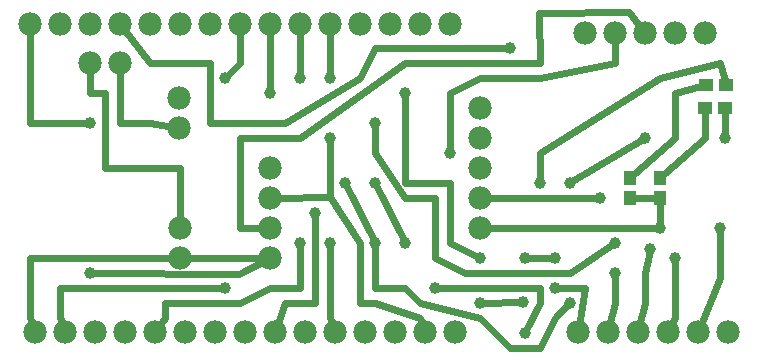
<source format=gtl>
G04 MADE WITH FRITZING*
G04 WWW.FRITZING.ORG*
G04 DOUBLE SIDED*
G04 HOLES PLATED*
G04 CONTOUR ON CENTER OF CONTOUR VECTOR*
%ASAXBY*%
%FSLAX23Y23*%
%MOIN*%
%OFA0B0*%
%SFA1.0B1.0*%
%ADD10C,0.039370*%
%ADD11C,0.078000*%
%ADD12R,0.047244X0.043307*%
%ADD13R,0.043307X0.047244*%
%ADD14C,0.024000*%
%LNCOPPER1*%
G90*
G70*
G54D10*
X2018Y276D03*
X1868Y576D03*
X2118Y726D03*
X1318Y876D03*
X1568Y326D03*
X1968Y526D03*
X868Y876D03*
X968Y926D03*
X718Y926D03*
X1468Y676D03*
X1018Y476D03*
X1118Y576D03*
X1218Y376D03*
X1868Y176D03*
X268Y276D03*
X1218Y576D03*
X1318Y376D03*
X1068Y926D03*
X1068Y726D03*
X1218Y776D03*
X1668Y1026D03*
X2218Y326D03*
X1818Y326D03*
X1718Y326D03*
X2387Y726D03*
X2168Y426D03*
X1768Y576D03*
X268Y776D03*
X1718Y76D03*
X1818Y226D03*
X2368Y426D03*
X1068Y376D03*
X1568Y176D03*
X1713Y180D03*
G54D11*
X1468Y1106D03*
X1368Y1106D03*
X1268Y1106D03*
X1168Y1106D03*
X1068Y1106D03*
X968Y1106D03*
X868Y1106D03*
X768Y1106D03*
X668Y1106D03*
X568Y1106D03*
X468Y1106D03*
X368Y1106D03*
X268Y1106D03*
X168Y1106D03*
X68Y1106D03*
X1486Y80D03*
X1386Y80D03*
X1286Y80D03*
X1186Y80D03*
X1086Y80D03*
X986Y80D03*
X886Y80D03*
X786Y80D03*
X686Y80D03*
X586Y80D03*
X486Y80D03*
X386Y80D03*
X286Y80D03*
X186Y80D03*
X86Y80D03*
X2395Y80D03*
X2295Y80D03*
X2195Y80D03*
X2095Y80D03*
X1995Y80D03*
X1895Y80D03*
X1568Y426D03*
X1568Y526D03*
X1568Y626D03*
X1568Y726D03*
X1568Y826D03*
X1568Y426D03*
X1568Y526D03*
X1568Y626D03*
X1568Y726D03*
X1568Y826D03*
X568Y326D03*
X568Y426D03*
X568Y326D03*
X568Y426D03*
X566Y760D03*
X566Y860D03*
X566Y760D03*
X566Y860D03*
X868Y326D03*
X868Y426D03*
X868Y526D03*
X868Y626D03*
X868Y326D03*
X868Y426D03*
X868Y526D03*
X868Y626D03*
X2318Y1076D03*
X2218Y1076D03*
X2118Y1076D03*
X2018Y1076D03*
X1918Y1076D03*
X368Y976D03*
X268Y976D03*
X368Y976D03*
X268Y976D03*
G54D10*
X2018Y376D03*
X2137Y356D03*
X718Y226D03*
X1418Y226D03*
X968Y376D03*
G54D12*
X2385Y826D03*
X2318Y826D03*
X2322Y903D03*
X2389Y903D03*
G54D13*
X2068Y593D03*
X2068Y526D03*
X2168Y593D03*
X2168Y526D03*
G54D14*
X1368Y126D02*
X1379Y98D01*
D02*
X1169Y375D02*
X1168Y176D01*
D02*
X1218Y176D02*
X1368Y126D01*
D02*
X1168Y176D02*
X1218Y176D01*
D02*
X1069Y528D02*
X1169Y375D01*
D02*
X2118Y277D02*
X2119Y177D01*
D02*
X2119Y177D02*
X2100Y98D01*
D02*
X2135Y349D02*
X2118Y277D01*
D02*
X2112Y722D02*
X1875Y581D01*
D02*
X319Y876D02*
X268Y876D01*
D02*
X268Y876D02*
X268Y957D01*
D02*
X1468Y576D02*
X1319Y577D01*
D02*
X1469Y375D02*
X1468Y576D01*
D02*
X1319Y577D02*
X1318Y869D01*
D02*
X1561Y330D02*
X1469Y375D01*
D02*
X318Y626D02*
X319Y876D01*
D02*
X568Y626D02*
X318Y626D01*
D02*
X568Y445D02*
X568Y626D01*
D02*
X1961Y526D02*
X1587Y526D01*
D02*
X968Y1087D02*
X968Y934D01*
D02*
X868Y1087D02*
X868Y884D01*
D02*
X768Y976D02*
X768Y1087D01*
D02*
X724Y932D02*
X768Y976D01*
D02*
X1568Y926D02*
X1468Y876D01*
D02*
X2019Y976D02*
X1768Y926D01*
D02*
X2019Y1057D02*
X2019Y976D01*
D02*
X1122Y569D02*
X1215Y384D01*
D02*
X1768Y926D02*
X1568Y926D01*
D02*
X1468Y876D02*
X1468Y684D01*
D02*
X2168Y926D02*
X1768Y676D01*
D02*
X2368Y976D02*
X2168Y926D01*
D02*
X1768Y676D02*
X1768Y584D01*
D02*
X2384Y919D02*
X2368Y976D01*
D02*
X587Y326D02*
X849Y326D01*
D02*
X1318Y976D02*
X1768Y976D01*
D02*
X968Y726D02*
X1318Y976D01*
D02*
X1767Y1143D02*
X2066Y1145D01*
D02*
X2066Y1145D02*
X2107Y1092D01*
D02*
X1768Y976D02*
X1767Y1143D01*
D02*
X368Y776D02*
X368Y957D01*
D02*
X468Y776D02*
X368Y776D01*
D02*
X547Y763D02*
X468Y776D01*
D02*
X764Y271D02*
X868Y326D01*
D02*
X276Y276D02*
X764Y271D01*
D02*
X868Y326D02*
X587Y326D01*
D02*
X768Y426D02*
X768Y726D01*
D02*
X768Y726D02*
X968Y726D01*
D02*
X849Y426D02*
X768Y426D01*
D02*
X1069Y977D02*
X1068Y934D01*
D02*
X1315Y384D02*
X1222Y569D01*
D02*
X1068Y1087D02*
X1069Y977D01*
D02*
X1069Y528D02*
X1068Y719D01*
D02*
X887Y527D02*
X1069Y528D01*
D02*
X168Y226D02*
X711Y226D01*
D02*
X168Y128D02*
X168Y226D01*
D02*
X179Y98D02*
X168Y128D01*
D02*
X2218Y126D02*
X2218Y319D01*
D02*
X2203Y97D02*
X2218Y126D01*
D02*
X2018Y177D02*
X2018Y269D01*
D02*
X1999Y98D02*
X2018Y177D01*
D02*
X1918Y226D02*
X1826Y226D01*
D02*
X1898Y99D02*
X1918Y226D01*
D02*
X968Y226D02*
X968Y369D01*
D02*
X868Y226D02*
X968Y226D01*
D02*
X768Y176D02*
X868Y226D01*
D02*
X520Y175D02*
X768Y176D01*
D02*
X68Y326D02*
X549Y326D01*
D02*
X68Y126D02*
X68Y326D01*
D02*
X79Y98D02*
X68Y126D01*
D02*
X519Y126D02*
X520Y175D01*
D02*
X497Y95D02*
X519Y126D01*
D02*
X1368Y176D02*
X1568Y126D01*
D02*
X1819Y126D02*
X1863Y171D01*
D02*
X1568Y126D02*
X1618Y76D01*
D02*
X1768Y26D02*
X1819Y126D01*
D02*
X1668Y26D02*
X1768Y26D01*
D02*
X1618Y76D02*
X1668Y26D01*
D02*
X1318Y226D02*
X1368Y176D01*
D02*
X1218Y226D02*
X1318Y226D01*
D02*
X1218Y369D02*
X1218Y226D01*
D02*
X1018Y176D02*
X1018Y469D01*
D02*
X918Y176D02*
X1018Y176D01*
D02*
X1068Y126D02*
X1068Y369D01*
D02*
X1079Y98D02*
X1068Y126D01*
D02*
X892Y98D02*
X918Y176D01*
D02*
X1218Y1026D02*
X1661Y1026D01*
D02*
X668Y776D02*
X918Y776D01*
D02*
X668Y976D02*
X668Y776D01*
D02*
X1168Y926D02*
X1218Y1026D01*
D02*
X918Y776D02*
X1168Y926D01*
D02*
X468Y977D02*
X668Y976D01*
D02*
X380Y1091D02*
X468Y977D01*
D02*
X1726Y326D02*
X1811Y326D01*
D02*
X2218Y876D02*
X2304Y899D01*
D02*
X2219Y726D02*
X2218Y876D01*
D02*
X2085Y608D02*
X2219Y726D01*
D02*
X2318Y726D02*
X2318Y810D01*
D02*
X2185Y608D02*
X2318Y726D01*
D02*
X2386Y810D02*
X2387Y734D01*
D02*
X2085Y526D02*
X2152Y526D01*
D02*
X1705Y180D02*
X1576Y177D01*
D02*
X2368Y260D02*
X2302Y97D01*
D02*
X2161Y426D02*
X1587Y426D01*
D02*
X68Y776D02*
X68Y1087D01*
D02*
X261Y776D02*
X68Y776D01*
D02*
X1768Y226D02*
X1426Y226D01*
D02*
X1768Y176D02*
X1768Y226D01*
D02*
X1722Y84D02*
X1768Y176D01*
D02*
X2368Y260D02*
X2368Y419D01*
D02*
X1668Y277D02*
X1868Y276D01*
D02*
X1868Y276D02*
X2012Y372D01*
D02*
X1319Y526D02*
X1418Y526D01*
D02*
X1418Y326D02*
X1518Y276D01*
D02*
X1418Y526D02*
X1418Y326D01*
D02*
X1518Y276D02*
X1668Y277D01*
D02*
X1218Y676D02*
X1319Y526D01*
D02*
X1218Y769D02*
X1218Y676D01*
D02*
X2168Y508D02*
X2168Y434D01*
G04 End of Copper1*
M02*
</source>
